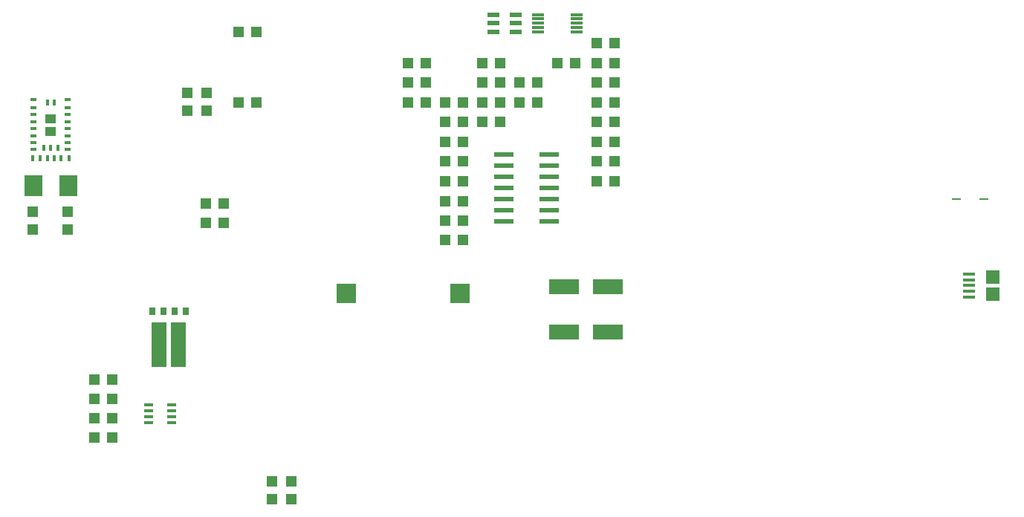
<source format=gbr>
G04 EAGLE Gerber RS-274X export*
G75*
%MOMM*%
%FSLAX34Y34*%
%LPD*%
%INSolderpaste Bottom*%
%IPPOS*%
%AMOC8*
5,1,8,0,0,1.08239X$1,22.5*%
G01*
%ADD10R,2.200000X0.600000*%
%ADD11R,1.300000X1.200000*%
%ADD12R,1.200000X1.300000*%
%ADD13R,1.400000X0.600000*%
%ADD14R,1.400000X0.300000*%
%ADD15R,2.200000X2.200000*%
%ADD16R,3.400000X1.800000*%
%ADD17R,1.100000X0.450000*%
%ADD18R,0.635000X0.889000*%
%ADD19R,1.778000X5.080000*%
%ADD20R,1.000000X0.200000*%
%ADD21R,0.449656X0.749691*%
%ADD22R,0.744959X0.449725*%
%ADD23R,0.446531X0.749822*%
%ADD24R,0.747500X0.448450*%
%ADD25R,0.348100X0.698250*%
%ADD26R,0.348191X0.698900*%
%ADD27R,0.345791X0.698081*%
%ADD28R,0.348309X0.699881*%
%ADD29R,0.347369X0.699763*%
%ADD30R,0.346491X0.699556*%
%ADD31R,0.349881X0.699975*%
%ADD32R,0.345341X0.688841*%
%ADD33R,0.699525X0.338169*%
%ADD34R,0.699856X0.346850*%
%ADD35R,0.699638X0.343319*%
%ADD36R,0.699753X0.346219*%
%ADD37R,0.699666X0.345959*%
%ADD38R,0.699941X0.349481*%
%ADD39R,0.699538X0.347359*%
%ADD40R,0.695341X0.343009*%
%ADD41R,0.698350X0.347841*%
%ADD42R,0.692331X0.341459*%
%ADD43R,0.693100X0.343641*%
%ADD44R,0.693881X0.345541*%
%ADD45R,0.694591X0.347100*%
%ADD46R,0.697600X0.349181*%
%ADD47R,0.348069X0.693509*%
%ADD48R,1.199231X1.098781*%
%ADD49R,1.198269X1.095919*%
%ADD50R,2.000000X2.400000*%
%ADD51R,1.350000X0.400000*%
%ADD52R,1.550000X1.500000*%


D10*
X-526500Y87900D03*
X-526500Y24400D03*
X-526500Y100600D03*
X-526500Y75200D03*
X-526500Y62500D03*
X-578500Y24400D03*
X-526500Y37100D03*
X-526500Y49800D03*
X-578500Y37100D03*
X-578500Y49800D03*
X-578500Y62500D03*
X-578500Y75200D03*
X-578500Y87900D03*
X-578500Y100600D03*
D11*
X-938500Y170660D03*
X-938500Y150340D03*
X-916500Y170660D03*
X-916500Y150340D03*
D12*
X-452340Y70000D03*
X-472660Y70000D03*
X-452340Y92500D03*
X-472660Y92500D03*
D13*
X-565000Y259500D03*
X-565000Y250000D03*
X-565000Y240500D03*
X-590000Y240500D03*
X-590000Y250000D03*
X-590000Y259500D03*
D14*
X-495500Y260000D03*
X-495500Y255000D03*
X-495500Y250000D03*
X-495500Y245000D03*
X-495500Y240000D03*
X-539500Y240000D03*
X-539500Y245000D03*
X-539500Y250000D03*
X-539500Y255000D03*
X-539500Y260000D03*
D12*
X-452340Y227500D03*
X-472660Y227500D03*
X-452340Y205000D03*
X-472660Y205000D03*
X-497340Y205000D03*
X-517660Y205000D03*
X-897340Y45000D03*
X-917660Y45000D03*
X-897340Y23000D03*
X-917660Y23000D03*
X-539840Y182500D03*
X-560160Y182500D03*
X-582340Y182500D03*
X-602660Y182500D03*
X-602660Y137500D03*
X-582340Y137500D03*
X-602660Y160000D03*
X-582340Y160000D03*
X-624840Y160000D03*
X-645160Y160000D03*
X-624840Y137500D03*
X-645160Y137500D03*
X-472660Y160000D03*
X-452340Y160000D03*
X-624840Y25000D03*
X-645160Y25000D03*
X-645160Y115000D03*
X-624840Y115000D03*
X-560160Y160000D03*
X-539840Y160000D03*
X-687660Y205000D03*
X-667340Y205000D03*
X-645160Y92500D03*
X-624840Y92500D03*
X-667340Y182500D03*
X-687660Y182500D03*
X-687660Y160000D03*
X-667340Y160000D03*
X-472660Y115000D03*
X-452340Y115000D03*
X-624840Y70000D03*
X-645160Y70000D03*
X-624840Y47500D03*
X-645160Y47500D03*
X-472660Y137500D03*
X-452340Y137500D03*
X-602660Y205000D03*
X-582340Y205000D03*
X-624840Y3000D03*
X-645160Y3000D03*
X-472660Y182500D03*
X-452340Y182500D03*
D15*
X-758100Y-58000D03*
X-628100Y-58000D03*
D16*
X-510000Y-50000D03*
X-510000Y-102000D03*
X-460000Y-50000D03*
X-460000Y-102000D03*
D17*
X-983000Y-204750D03*
X-983000Y-198250D03*
X-983000Y-191750D03*
X-983000Y-185250D03*
X-957000Y-185250D03*
X-957000Y-191750D03*
X-957000Y-198250D03*
X-957000Y-204750D03*
D18*
X-979050Y-78400D03*
X-966350Y-78400D03*
X-953650Y-78400D03*
X-940950Y-78400D03*
D19*
X-971150Y-116350D03*
X-948850Y-116350D03*
D12*
X-880160Y160000D03*
X-859840Y160000D03*
X-880160Y240000D03*
X-859840Y240000D03*
X-1024840Y-178000D03*
X-1045160Y-178000D03*
X-1045160Y-156000D03*
X-1024840Y-156000D03*
X-1045160Y-200000D03*
X-1024840Y-200000D03*
X-1024840Y-222000D03*
X-1045160Y-222000D03*
D11*
X-820000Y-292660D03*
X-820000Y-272340D03*
X-842500Y-292660D03*
X-842500Y-272340D03*
D20*
X-62650Y50000D03*
X-31650Y50000D03*
D21*
X-1115248Y96002D03*
D22*
X-1113999Y162775D03*
D23*
X-1073733Y96001D03*
D24*
X-1074992Y162763D03*
D25*
X-1102491Y108009D03*
D26*
X-1094491Y108006D03*
D27*
X-1086479Y108010D03*
D28*
X-1082492Y96001D03*
D29*
X-1090487Y96001D03*
D30*
X-1098482Y96002D03*
D31*
X-1106499Y96000D03*
D32*
X-1090477Y160056D03*
D33*
X-1113998Y154059D03*
D34*
X-1113999Y146016D03*
D35*
X-1113998Y138033D03*
D36*
X-1113999Y130019D03*
D37*
X-1113998Y122020D03*
D38*
X-1114000Y114003D03*
D39*
X-1113998Y106013D03*
D40*
X-1074977Y154035D03*
D41*
X-1074992Y146011D03*
D42*
X-1074962Y138043D03*
D43*
X-1074965Y130032D03*
D44*
X-1074969Y122022D03*
D45*
X-1074973Y114015D03*
D46*
X-1074988Y106004D03*
D47*
X-1098490Y160032D03*
D48*
X-1094496Y126506D03*
D49*
X-1094491Y141520D03*
D50*
X-1074500Y65000D03*
X-1114500Y65000D03*
D11*
X-1115000Y35160D03*
X-1115000Y14840D03*
X-1075000Y35160D03*
X-1075000Y14840D03*
D51*
X-48309Y-35815D03*
X-48309Y-42315D03*
X-48309Y-48815D03*
X-48309Y-55315D03*
X-48309Y-61815D03*
D52*
X-21309Y-38815D03*
X-21309Y-58815D03*
M02*

</source>
